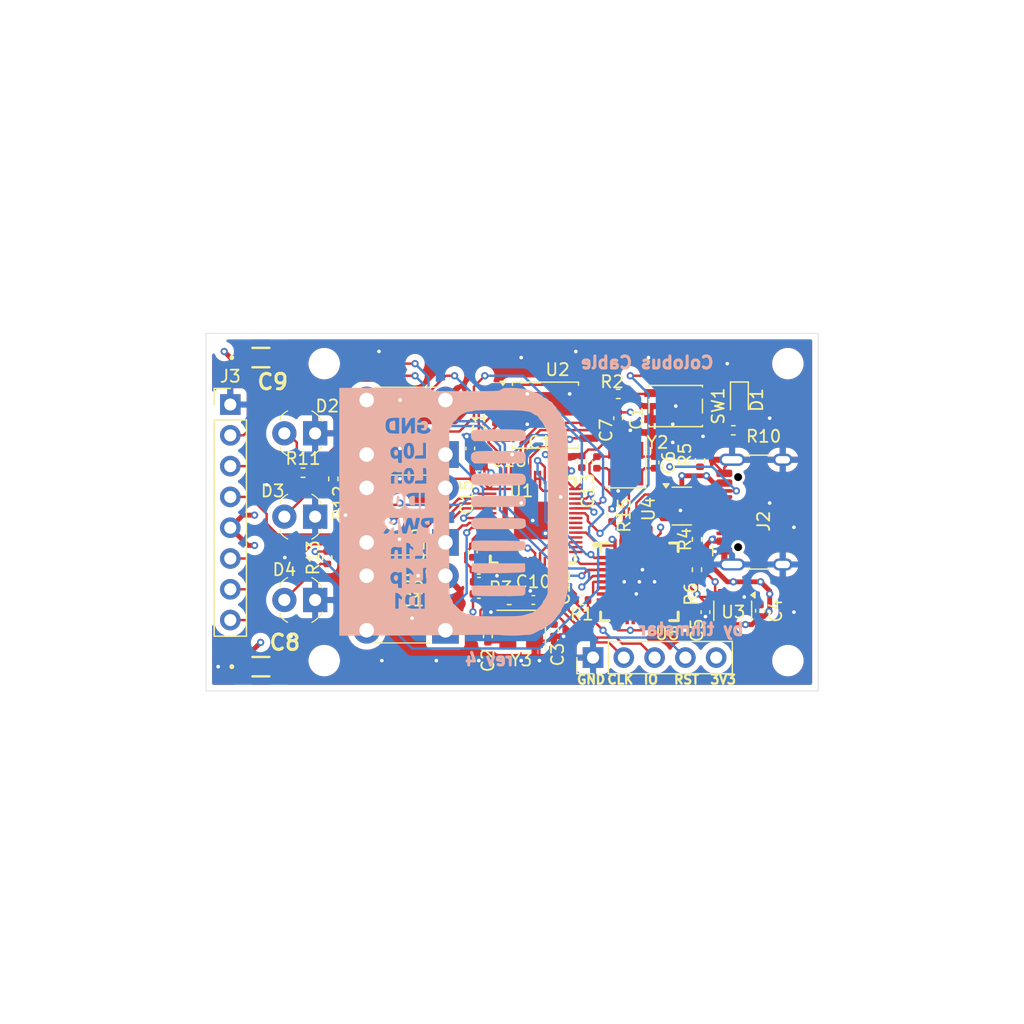
<source format=kicad_pcb>
(kicad_pcb (version 20240108) (generator "pcbnew") (generator_version "8.0")
  (layers (0 "F.Cu" signal) (1 "In1.Cu" signal) (2 "In2.Cu" signal) (31 "B.Cu" signal) (34 "B.Paste" user) (35 "F.Paste" user) (36 "B.SilkS" user "B.Silkscreen") (37 "F.SilkS" user "F.Silkscreen") (38 "B.Mask" user) (39 "F.Mask" user) (44 "Edge.Cuts" user))
  (net 0 "")
  (net 1 "GND")
  (net 2 "BTN1")
  (net 3 "BTN2")
  (net 4 "BTN3")
  (net 5 "+3V3")
  (net 6 "Net-(U1-XIN)")
  (net 7 "Net-(C3-Pad2)")
  (net 8 "5V")
  (net 9 "Net-(U6-XTALOUT)")
  (net 10 "Net-(U6-XTALIN{slash}CLKIN)")
  (net 11 "Net-(D1-A)")
  (net 12 "Net-(D2-A)")
  (net 13 "Net-(D3-A)")
  (net 14 "Net-(D4-A)")
  (net 15 "~{RESET}")
  (net 16 "SWDCLK")
  (net 17 "SWDIO")
  (net 18 "Net-(J2-CC2)")
  (net 19 "Net-(J2-CC1)")
  (net 21 "USB_DN")
  (net 22 "USB_DP")
  (net 24 "L0p")
  (net 25 "L1p")
  (net 26 "L1n")
  (net 27 "L0n")
  (net 28 "ID0")
  (net 29 "ID1")
  (net 30 "Net-(U1-QSPI_SS)")
  (net 31 "Net-(R2-Pad1)")
  (net 32 "Net-(U1-XOUT)")
  (net 33 "D_P")
  (net 34 "D_N")
  (net 35 "LED1")
  (net 36 "LED2")
  (net 37 "LED3")
  (net 38 "LED4")
  (net 39 "Net-(U6-RESET_N)")
  (net 40 "Net-(U6-RBIAS)")
  (net 43 "+1V1")
  (net 51 "PICO_D_N")
  (net 57 "PICO_D_P")
  (net 58 "Net-(U1-QSPI_SD3)")
  (net 63 "Net-(U1-QSPI_SD2)")
  (net 66 "Net-(U1-QSPI_SCLK)")
  (net 67 "Net-(U1-QSPI_SD0)")
  (net 68 "Net-(U1-QSPI_SD1)")
  (footprint "Capacitor_SMD:C_0402_1005Metric" (layer "F.Cu") (at 141.2 123 -90)
    (property "Reference" "C5")
    (property "Value" "0.1uF")
  )
  (footprint "Resistor_SMD:R_0402_1005Metric" (layer "F.Cu") (at 140.5 119.5 90)
    (property "Reference" "R6")
    (property "Value" "1k")
  )
  (footprint "Capacitor_SMD:C_0402_1005Metric" (layer "F.Cu") (at 123.25 125 -90)
    (property "Reference" "C2")
    (property "Value" "15pF")
  )
  (footprint "Capacitor_SMD:C_0402_1005Metric" (layer "F.Cu") (at 129.5 110.2)
    (property "Reference" "C12")
    (property "Value" "1u")
  )
  (footprint "MountingHole:MountingHole_2.1mm" (layer "F.Cu") (at 109.75 102.5 90)
    (property "Reference" "H1" (hide yes))
    (property "Value" "MountingHole" (hide yes))
  )
  (footprint "digikey-footprints:LED_3mm_Radial" (layer "F.Cu") (at 106.46 108.25 180)
    (property "Reference" "D2")
    (property "Value" "LED2")
  )
  (footprint "Resistor_SMD:R_0402_1005Metric" (layer "F.Cu") (at 110 118.51 90)
    (property "Reference" "R13")
    (property "Value" "470")
  )
  (footprint "Capacitor_SMD:C_0402_1005Metric" (layer "F.Cu") (at 134 107 -90)
    (property "Reference" "C1")
    (property "Value" "0.1uF")
  )
  (footprint "easyeda2kicad:LQFN-56_L7.0-W7.0-P0.4-EP" (layer "F.Cu") (at 126.95 115.44)
    (property "Reference" "U1")
    (property "Value" "RP2040")
  )
  (footprint "digikey-footprints:Switch_Tactile_THT_6x6mm" (layer "F.Cu") (at 119.75 124.5 180)
    (property "Reference" "Button3" (hide yes))
    (property "Value" "PTH_12x12mm_h8.0mm")
  )
  (footprint "digikey-footprints:LED_3mm_Radial" (layer "F.Cu") (at 106.46 122 180)
    (property "Reference" "D4")
    (property "Value" "LED4")
  )
  (footprint "GRM31CD80J107MEA8L:GRM31x" (layer "F.Cu") (at 104.525 127.5)
    (property "Reference" "C8")
    (property "Value" "100uF" (hide yes))
  )
  (footprint "Capacitor_SMD:C_0402_1005Metric" (layer "F.Cu") (at 122.48 111 180)
    (property "Reference" "C16")
    (property "Value" "100n")
  )
  (footprint "Package_SO:SOIC-8_5.23x5.23mm_P1.27mm" (layer "F.Cu") (at 128 106.75)
    (property "Reference" "U2")
    (property "Value" "W25Q128JVS" (hide yes))
  )
  (footprint "GRM31CD80J107MEA8L:GRM31x" (layer "F.Cu") (at 104.525 102)
    (property "Reference" "C9")
    (property "Value" "100uF" (hide yes))
  )
  (footprint "Resistor_SMD:R_0402_1005Metric" (layer "F.Cu") (at 140.75 110.5 -90)
    (property "Reference" "R5")
    (property "Value" "5.1k")
  )
  (footprint "Button_Switch_SMD:SW_SPST_PTS810" (layer "F.Cu") (at 138.75 106 180)
    (property "Reference" "SW1")
    (property "Value" "BOOTSEL")
  )
  (footprint "Resistor_SMD:R_0402_1005Metric" (layer "F.Cu") (at 125.01 122)
    (property "Reference" "R3")
    (property "Value" "1k")
  )
  (footprint "Resistor_SMD:R_0402_1005Metric" (layer "F.Cu") (at 140.5 117 90)
    (property "Reference" "R4")
    (property "Value" "5.1k")
  )
  (footprint "Capacitor_SMD:C_0402_1005Metric" (layer "F.Cu") (at 127 122 180)
    (property "Reference" "C10")
    (property "Value" "100n")
  )
  (footprint "Resistor_SMD:R_0402_1005Metric" (layer "F.Cu") (at 108 111.5)
    (property "Reference" "R11")
    (property "Value" "470")
  )
  (footprint "Capacitor_SMD:C_0402_1005Metric" (layer "F.Cu") (at 145.7 122.8875 90)
    (property "Reference" "C4")
    (property "Value" "0.1uF")
  )
  (footprint "Capacitor_SMD:C_0402_1005Metric" (layer "F.Cu") (at 122.5 112 180)
    (property "Reference" "C15")
    (property "Value" "100n")
  )
  (footprint "Capacitor_SMD:C_0402_1005Metric" (layer "F.Cu") (at 128.7 122.5 -90)
    (property "Reference" "C11")
    (property "Value" "100n")
  )
  (footprint "Connector_PinHeader_2.54mm:PinHeader_1x08_P2.54mm_Vertical" (layer "F.Cu") (at 102 105.875)
    (property "Reference" "J3")
    (property "Value" "Lightning" (hide yes))
  )
  (footprint "MountingHole:MountingHole_2.1mm" (layer "F.Cu") (at 148 102.5)
    (property "Reference" "H3" (hide yes))
    (property "Value" "MountingHole" (hide yes))
  )
  (footprint "Capacitor_SMD:C_0402_1005Metric" (layer "F.Cu") (at 128.7 124.5 90)
    (property "Reference" "C3")
    (property "Value" "15pF")
  )
  (footprint "digikey-footprints:Switch_Tactile_THT_6x6mm" (layer "F.Cu") (at 119.75 117.25 180)
    (property "Reference" "Button2" (hide yes))
    (property "Value" "PTH_12x12mm_h8.0mm")
  )
  (footprint "Resistor_SMD:R_0402_1005Metric" (layer "F.Cu") (at 131 122 180)
    (property "Reference" "R1")
    (property "Value" "1k")
  )
  (footprint "Capacitor_SMD:C_0402_1005Metric" (layer "F.Cu") (at 136.995 110.65 -90)
    (property "Reference" "C6")
    (property "Value" "15pF")
  )
  (footprint "MountingHole:MountingHole_2.1mm" (layer "F.Cu") (at 148 127)
    (property "Reference" "H4" (hide yes))
    (property "Value" "MountingHole" (hide yes))
  )
  (footprint "Package_TO_SOT_SMD:SOT-23-6" (layer "F.Cu") (at 139.25 114.25)
    (property "Reference" "U4")
    (property "Value" "USBLC6-2SC6" (hide yes))
  )
  (footprint "LED_SMD:LED_0603_1608Metric" (layer "F.Cu") (at 144 105.5 -90)
    (property "Reference" "D1")
    (property "Value" "LED1")
  )
  (footprint "digikey-footprints:Switch_Tactile_THT_6x6mm" (layer "F.Cu") (at 119.75 110 180)
    (property "Reference" "Button1" (hide yes))
    (property "Value" "PTH_12x12mm_h8.0mm")
  )
  (footprint "Capacitor_SMD:C_0402_1005Metric" (layer "F.Cu") (at 121.8 109.5 90)
    (property "Reference" "C17")
    (property "Value" "100n")
  )
  (footprint "Resistor_SMD:R_0402_1005Metric" (layer "F.Cu") (at 134 105 180)
    (property "Reference" "R2")
    (property "Value" "1k")
  )
  (footprint "Resistor_SMD:R_0402_1005Metric" (layer "F.Cu") (at 110.5 112.01 90)
    (property "Reference" "R12")
    (property "Value" "470")
  )
  (footprint "Capacitor_SMD:C_0402_1005Metric" (layer "F.Cu") (at 122.5 119.5)
    (property "Reference" "C18")
    (property "Value" "100n")
  )
  (footprint "Crystal:Crystal_SMD_Abracon_ABM8G-4Pin_3.2x2.5mm" (layer "F.Cu") (at 134.62 110.75 90)
    (property "Reference" "Y2")
    (property "Value" "ABM8G-24.000MHZ-18-D2Y-T" (hide yes))
  )
  (footprint "easyeda2kicad:UQFN-36_L6.0-W6.0-P0.50-BL-EP3.7" (layer "F.Cu") (at 135.75 120.48 -90)
    (property "Reference" "U6")
    (property "Value" "USB2512B/M2")
  )
  (footprint "Connector_PinHeader_2.54mm:PinHeader_1x05_P2.54mm_Vertical" (layer "F.Cu") (at 131.925 126.75 90)
    (property "Reference" "J1" (hide yes))
    (property "Value" "SWD")
  )
  (footprint "Crystal:Crystal_SMD_Abracon_ABM8G-4Pin_3.2x2.5mm" (layer "F.Cu") (at 126 124.5 180)
    (property "Reference" "Y3")
    (property "Value" "ABM8-272-T3")
  )
  (footprint "Capacitor_SMD:C_0402_1005Metric" (layer "F.Cu") (at 131 110.6 90)
    (property "Reference" "C13")
    (property "Value" "1u")
  )
  (footprint "Capacitor_SMD:C_0402_1005Metric" (layer "F.Cu") (at 132.245 110.65 90)
    (property "Reference" "C7")
    (property "Value" "15pF")
  )
  (footprint "Connector_USB:USB_C_Receptacle_HCTL_HC-TYPE-C-16P-01A" (layer "F.Cu") (at 146.5 114.75 90)
    (property "Reference" "J2")
    (property "Value" "USB_C_Receptacle_USB2.0_16P" (hide yes))
  )
  (footprint "Resistor_SMD:R_0402_1005Metric" (layer "F.Cu") (at 143.5 108 180)
    (property "Reference" "R10")
    (property "Value" "470")
  )
  (footprint "MountingHole:MountingHole_2.1mm" (layer "F.Cu") (at 109.75 127)
    (property "Reference" "H2" (hide yes))
    (property "Value" "MountingHole" (hide yes))
  )
  (footprint "Capacitor_SMD:C_0402_1005Metric" (layer "F.Cu") (at 122.52 120.5)
    (property "Reference" "C20")
    (property "Value" "100n")
  )
  (footprint "Capacitor_SMD:C_0402_1005Metric" (layer "F.Cu") (at 122.5 121.5)
    (property "Reference" "C14")
    (property "Value" "100n")
  )
  (footprint "Capacitor_SMD:C_0402_1005Metric" (layer "F.Cu") (at 122 118 -90)
    (property "Reference" "C19")
    (property "Value" "100n")
  )
  (footprint "Resistor_SMD:R_0402_1005Metric" (layer "F.Cu") (at 133.5 115 90)
    (property "Reference" "R15")
    (property "Value" "12k")
  )
  (footprint "Package_TO_SOT_SMD:SOT-23-3" (layer "F.Cu") (at 143.45 122.8875 -90)
    (property "Reference" "U3")
    (property "Value" "XC6206PxxxMR" (hide yes))
  )
  (footprint "digikey-footprints:LED_3mm_Radial" (layer "F.Cu") (at 106.46 115.125 180)
    (property "Reference" "D3")
    (property "Value" "LED3")
  )
  (footprint "LOGO" (layer "B.Cu") (at 121 115 180)
    (property "Reference" "G***" (hide yes))
    (property "Value" "LOGO" (hide yes))
  )
  (gr_line (start 150.5 129.5) (end 150.5 100) (stroke (width 0.05)) (layer "Edge.Cuts"))
  (gr_line (start 100 100) (end 100 129.5) (stroke (width 0.05)) (layer "Edge.Cuts"))
  (gr_line (start 100 129.5) (end 150.5 129.5) (stroke (width 0.05)) (layer "Edge.Cuts"))
  (gr_line (start 150.5 100) (end 100 100) (stroke (width 0.05)) (layer "Edge.Cuts"))
  (gr_text "Colobus Cable" (at 142 103 0) (layer "B.SilkS") (effects (font (size 1 1) (thickness 0.25) (bold yes)) (justify left bottom mirror)))
  (gr_text "by tihmstar" (at 144.5 125 0) (layer "B.SilkS") (effects (font (size 1 1) (thickness 0.25) (bold yes)) (justify left bottom mirror)))
  (gr_text "rev 4" (at 125.5 127.5 0) (layer "B.SilkS") (effects (font (size 1 1) (thickness 0.25) (bold yes)) (justify left bottom mirror)))
  (gr_text "CLK" (at 133 129 0) (layer "F.SilkS") (effects (font (size 0.75 0.75) (thickness 0.1875) (bold yes)) (justify left bottom)))
  (gr_text "3V3" (at 141.5 129 0) (layer "F.SilkS") (effects (font (size 0.75 0.75) (thickness 0.1875) (bold yes)) (justify left bottom)))
  (gr_text "RST" (at 138.5 129 0) (layer "F.SilkS") (effects (font (size 0.75 0.75) (thickness 0.1875) (bold yes)) (justify left bottom)))
  (gr_text "GND" (at 130.5 129 0) (layer "F.SilkS") (effects (font (size 0.75 0.75) (thickness 0.1875) (bold yes)) (justify left bottom)))
  (gr_text "IO" (at 136 129 0) (layer "F.SilkS") (effects (font (size 0.75 0.75) (thickness 0.1875) (bold yes)) (justify left bottom)))
  (segment (start 124.51 124.04) (end 124.9 123.65) (width 0.2) (layer "F.Cu") (net 1))
  (segment (start 132.245 111.13) (end 133.05 111.13) (width 0.2) (layer "F.Cu") (net 1))
  (segment (start 139.137499 114.6125) (end 139.137499 114.612501) (width 0.2) (layer "F.Cu") (net 1))
  (segment (start 122 111) (end 122 111.98) (width 0.2) (layer "F.Cu") (net 1))
  (segment (start 127.5 125.75) (end 127.1 125.35) (width 0.2) (layer "F.Cu") (net 1))
  (segment (start 122.98 119.5) (end 122.98 121.5) (width 0.2) (layer "F.Cu") (net 1))
  (segment (start 142.05 117.95) (end 142 118) (width 0.2) (layer "F.Cu") (net 1))
  (segment (start 126.52 121.48) (end 126.75 121.25) (width 0.2) (layer "F.Cu") (net 1))
  (segment (start 120.5 112) (end 119.75 112.75) (width 0.2) (layer "F.Cu") (net 1))
  (segment (start 132.87 109) (end 132.87 108.61) (width 0.2) (layer "F.Cu") (net 1))
  (segment (start 144.4 121.75) (end 145.0425 121.75) (width 0.2) (layer "F.Cu") (net 1))
  (segment (start 129.96 110.2) (end 130.92 110.2) (width 0.2) (layer "F.Cu") (net 1))
  (segment (start 139.1375 114.612501) (end 139.25 114.725001) (width 0.2) (layer "F.Cu") (net 1))
  (segment (start 136.26 119.99) (end 135.75 120.5) (width 0.2) (layer "F.Cu") (net 1))
  (segment (start 122 118.48) (end 122 118.52) (width 0.2) (layer "F.Cu") (net 1))
  (segment (start 123.2 124.52) (end 123.2 123.3) (width 0.2) (layer "F.Cu") (net 1))
  (segment (start 142.755 117.95) (end 142.05 117.95) (width 0.2) (layer "F.Cu") (net 1))
  (segment (start 123.5 119.5) (end 124 120) (width 0.2) (layer "F.Cu") (net 1))
  (segment (start 124.07 123.65) (end 124.9 123.65) (width 0.2) (layer "F.Cu") (net 1))
  (segment (start 128.33 125.35) (end 128.7 124.98) (width 0.2) (layer "F.Cu") (net 1))
  (segment (start 126.95 115.4375) (end 125.8125 115.4375) (width 0.2) (layer "F.Cu") (net 1))
  (segment (start 124.25 123) (end 124.9 123.65) (width 0.2) (layer "F.Cu") (net 1))
  (segment (start 123.2 123.3) (end 123.5 123) (width 0.2) (layer "F.Cu") (net 1))
  (segment (start 124.9 123.65) (end 125.15 123.65) (width 0.2) (layer "F.Cu") (net 1))
  (segment (start 134 107.48) (end 134 107.5) (width 0.2) (layer "F.Cu") (net 1))
  (segment (start 123.2 124.52) (end 124.07 123.65) (width 0.2) (layer "F.Cu") (net 1))
  (segment (start 138.72 120.99) (end 136.24 120.99) (width 0.2) (layer "F.Cu") (net 1))
  (segment (start 142.755 111.55) (end 142.755 111.07) (width 0.2) (layer "F.Cu") (net 1))
  (segment (start 131.925 126.75) (end 131.5 126.75) (width 0.2) (layer "F.Cu") (net 1))
  (segment (start 122 111.98) (end 122.02 112) (width 0.2) (layer "F.Cu") (net 1))
  (segment (start 122.98 121.5) (end 122.98 121.02) (width 0.2) (layer "F.Cu") (net 1))
  (segment (start 134.24 122.01) (end 135.75 120.5) (width 0.2) (layer "F.Cu") (net 1))
  (segment (start 127.5 127) (end 127.5 125.75) (width 0.2) (layer "F.Cu") (net 1))
  (segment (start 130.92 110.2) (end 131 110.12) (width 0.2) (layer "F.Cu") (net 1))
  (segment (start 138.72 119.99) (end 136.26 119.99) (width 0.2) (layer "F.Cu") (net 1))
  (segment (start 133.05 111.13) (end 133.77 111.85) (width 0.2) (layer "F.Cu") (net 1))
  (segment (start 138.1125 114.25) (end 138.774999 114.25) (width 0.2) (layer "F.Cu") (net 1))
  (segment (start 142.755 117.95) (end 142.755 118.43) (width 0.2) (layer "F.Cu") (net 1))
  (segment (start 125.79 120) (end 124 120) (width 0.2) (layer "F.Cu") (net 1))
  (segment (start 140.75 109.99) (end 141.195 109.99) (width 0.2) (layer "F.Cu") (net 1))
  (segment (start 126.52 122) (end 126.52 121.48) (width 0.2) (layer "F.Cu") (net 1))
  (segment (start 128.7 122.98) (end 129.5 123.78) (width 0.2) (layer "F.Cu") (net 1))
  (segment (start 121.8 108.8) (end 121.5 108.5) (width 0.2) (layer "F.Cu") (net 1))
  (segment (start 132.87 108.61) (end 134 107.48) (width 0.2) (layer "F.Cu") (net 1))
  (segment (start 131.53 109.59) (end 132.28 109.59) (width 0.2) (layer "F.Cu") (net 1))
  (segment (start 139.137499 114.612501) (end 139.1375 114.612501) (width 0.2) (layer "F.Cu") (net 1))
  (segment (start 135.47 110.03) (end 135.47 109.65) (width 0.2) (layer "F.Cu") (net 1))
  (segment (start 129.5 125) (end 128.72 125) (width 0.2) (layer "F.Cu") (net 1))
  (segment (start 138.774999 114.25) (end 139.137499 114.6125) (width 0.2) (layer "F.Cu") (net 1))
  (segment (start 136.25 121) (end 135.75 120.5) (width 0.2) (layer "F.Cu") (net 1))
  (segment (start 133.77 112.77) (end 134 113) (width 0.2) (layer "F.Cu") (net 1))
  (segment (start 135.47 108.97) (end 135.47 109.65) (width 0.2) (layer "F.Cu") (net 1))
  (segment (start 142.755 111.07) (end 143.395 110.43) (width 0.2) (layer "F.Cu") (net 1))
  (segment (start 133.77 111.85) (end 133.77 112.77) (width 0.2) (layer "F.Cu") (net 1))
  (segment (start 124 120) (end 123.5 120) (width 0.2) (layer "F.Cu") (net 1))
  (segment (start 122.98 121.02) (end 124 120) (width 0.2) (layer "F.Cu") (net 1))
  (segment (start 134.24 123.45) (end 134.24 122.01) (width 0.2) (layer "F.Cu") (net 1))
  (segment (start 129.5 123.78) (end 129.5 125) (width 0.2) (layer "F.Cu") (net 1))
  (segment (start 139.137499 116.147499) (end 139.137499 114.612501) (width 0.2) (layer "F.Cu") (net 1))
  (segment (start 124.4 108.655) (end 125.345 108.655) (width 0.2) (layer "F.Cu") (net 1))
  (segment (start 131 110.12) (end 131.53 109.59) (width 0.2) (layer "F.Cu") (net 1))
  (segment (start 125.15 123.65) (end 126.85 125.35) (width 0.2) (layer "F.Cu") (net 1))
  (segment (start 141.195 109.99) (end 142.755 111.55) (width 0.2) (layer "F.Cu") (net 1))
  (segment (start 133.77 111.73) (end 135.47 110.03) (width 0.2) (layer "F.Cu") (net 1))
  (segment (start 128.72 125) (end 128.7 124.98) (width 0.2) (layer "F.Cu") (net 1))
  (segment (start 140.5 117.51) (end 139.137499 116.147499) (width 0.2) (layer "F.Cu") (net 1))
  (segment (start 145.0425 121.75) (end 145.7 122.4075) (width 0.2) (layer "F.Cu") (net 1))
  (segment (start 136.24 120.99) (end 135.75 120.5) (width 0.2) (layer "F.Cu") (net 1))
  (segment (start 136.995 110.17) (end 135.99 110.17) (width 0.2) (layer "F.Cu") (net 1))
  (segment (start 125.95 118.99) (end 125.95 119.84) (width 0.2) (layer "F.Cu") (net 1))
  (segment (start 122.98 119.5) (end 123.5 119.5) (width 0.2) (layer "F.Cu") (net 1))
  (segment (start 125.95 119.84) (end 125.79 120) (width 0.2) (layer "F.Cu") (net 1))
  (segment (start 127.1 125.35) (end 128.33 125.35) (width 0.2) (layer "F.Cu") (net 1))
  (segment (start 123.5 123) (end 124.25 123) (width 0.2) (layer "F.Cu") (net 1))
  (segment (start 122 118.52) (end 122.98 119.5) (width 0.2) (layer "F.Cu") (net 1))
  (segment (start 123.5 120) (end 123 120.5) (width 0.2) (layer "F.Cu") (net 1))
  (segment (start 122.02 112) (end 120.5 112) (width 0.2) (layer "F.Cu") (net 1))
  (segment (start 125.345 108.655) (end 126.5 107.5) (width 0.2) (layer "F.Cu") (net 1))
  (segment (start 142.755 118.43) (end 143.395 119.07) (width 0.2) (layer "F.Cu") (net 1))
  (segment (start 133.77 111.85) (end 133.77 111.73) (width 0.2) (layer "F.Cu") (net 1))
  (segment (start 126.85 125.35) (end 127.1 125.35) (width 0.2) (layer "F.Cu") (net 1))
  (segment (start 132.28 109.59) (end 132.87 109) (width 0.2) (layer "F.Cu") (net 1))
  (segment (start 121.8 109.02) (end 121.8 108.8) (width 0.2) (layer "F.Cu") (net 1))
  (via (at 146.5 107) (size 0.6) (drill 0.3) (layers "F.Cu" "B.Cu") (net 1))
  (via (at 138.75 106) (size 0.6) (drill 0.3) (layers "F.Cu" "B.Cu") (net 1))
  (via (at 101 127.5) (size 0.6) (drill 0.3) (layers "F.Cu" "B.Cu") (net 1))
  (via (at 144.4 121.75) (size 0.6) (drill 0.3) (layers "F.Cu" "B.Cu") (net 1))
  (via (at 126.5 105) (size 0.6) (drill 0.3) (layers "F.Cu" "B.Cu") (net 1))
  (via (at 121.5 108.5) (size 0.6) (drill 0.3) (layers "F.Cu" "B.Cu") (net 1))
  (via (at 116 105.5) (size 0.6) (drill 0.3) (layers "F.Cu" "B.Cu") (net 1))
  (via (at 142 118) (size 0.6) (drill 0.3) (layers "F.Cu" "B.Cu") (net 1))
  (via (at 106.5 118.5) (size 0.6) (drill 0.3) (layers "F.Cu" "B.Cu") (net 1))
  (via (at 135 108) (size 0.6) (drill 0.3) (layers "F.Cu" "B.Cu") (net 1))
  (via (at 114.5 127) (size 0.6) (drill 0.3) (layers "F.Cu" "B.Cu") (net 1))
  (via (at 136 119.5) (size 0.6) (drill 0.3) (layers "F.Cu" "B.Cu") (net 1))
  (via (at 126 102) (size 0.6) (drill 0.3) (layers "F.Cu" "B.Cu") (net 1))
  (via (at 122.5 127) (size 0.6) (drill 0.3) (layers "F.Cu" "B.Cu") (net 1))
  (via (at 116 112) (size 0.6) (drill 0.3) (layers "F.Cu" "B.Cu") (net 1))
  (via (at 139.5 124.5) (size 0.6) (drill 0.3) (layers "F.Cu" "B.Cu") (net 1))
  (via (at 134.5 120.5) (size 0.6) (drill 0.3) (layers "F.Cu" "B.Cu") (net 1))
  (via (at 136.5 102) (size 0.6) (drill 0.3) (layers "F.Cu" "B.Cu") (net 1))
  (via (at 124 120) (size 0.6) (drill 0.3) (layers "F.Cu" "B.Cu") (net 1))
  (via (at 115.95972 116.986234) (size 0.6) (drill 0.3) (layers "F.Cu" "B.Cu") (net 1))
  (via (at 117.5 120) (size 0.6) (drill 0.3) (layers "F.Cu" "B.Cu") (net 1))
  (via (at 126.5 107.5) (size 0.6) (drill 0.3) (layers "F.Cu" "B.Cu") (net 1))
  (via (at 105 112.5) (size 0.6) (drill 0.3) (layers "F.Cu" "B.Cu") (net 1))
  (via (at 148.5 123) (size 0.6) (drill 0.3) (layers "F.Cu" "B.Cu") (net 1))
  (via (at 130 105) (size 0.6) (drill 0.3) (layers "F.Cu" "B.Cu") (net 1))
  (via (at 119 127) (size 0.6) (drill 0.3) (layers "F.Cu" "B.Cu") (net 1))
  (via (at 146.5 114) (size 0.6) (drill 0.3) (layers "F.Cu" "B.Cu") (net 1))
  (via (at 138.5 107.5) (size 0.6) (drill 0.3) (layers "F.Cu" "B.Cu") (net 1))
  (via (at 117 123.5) (size 0.6) (drill 0.3) (layers "F.Cu" "B.Cu") (net 1))
  (via (at 129.5 125) (size 0.6) (drill 0.3) (layers "F.Cu" "B.Cu") (net 1))
  (via (at 130.5 101.5) (size 0.6) (drill 0.3) (layers "F.Cu" "B.Cu") (net 1))
  (via (at 126 127) (size 0.6) (drill 0.3) (layers "F.Cu" "B.Cu") (net 1))
  (via (at 137 120.5) (size 0.6) (drill 0.3) (layers "F.Cu" "B.Cu") (net 1))
  (via (at 126.75 121.25) (size 0.6) (drill 0.3) (layers "F.Cu" "B.Cu") (net 1))
  (via (at 128 116.5) (size 0.6) (drill 0.3) (layers "F.Cu" "B.Cu") (net 1))
  (via (at 107 125) (size 0.6) (drill 0.3) (layers "F.Cu" "B.Cu") (net 1))
  (via (at 148.5 116) (size 0.6) (drill 0.3) (layers "F.Cu" "B.Cu") (net 1))
  (via (at 135.5 121.5) (size 0.6) (drill 0.3) (layers "F.Cu" "B.Cu") (net 1))
  (via (at 114.265479 101.493762) (size 0.6) (drill 0.3) (layers "F.Cu" "B.Cu") (net 1))
  (via (at 127.5 127) (size 0.6) (drill 0.3) (layers "F.Cu" "B.Cu") (net 1))
  (via (at 116 109.5) (size 0.6) (drill 0.3) (layers "F.Cu" "B.Cu") (net 1))
  (via (at 139.137499 114.612501) (size 0.6) (drill 0.3) (layers "F.Cu" "B.Cu") (net 1))
  (via (at 134 113) (size 0.6) (drill 0.3) (layers "F.Cu" "B.Cu") (net 1))
  (via (at 123.5 123) (size 0.6) (drill 0.3) (layers "F.Cu" "B.Cu") (net 1))
  (via (at 133.5 114.49) (size 0.6) (drill 0.3) (layers "F.Cu" "B.Cu") (net 1))
  (via (at 141.2 123.3675) (size 0.6) (drill 0.3) (layers "F.Cu" "B.Cu") (net 1))
  (via (at 126.95 115.4375) (size 0.6) (drill 0.3) (layers "F.Cu" "B.Cu") (net 1))
  (via (at 141 108.5) (size 0.6) (drill 0.3) (layers "F.Cu" "B.Cu") (net 1))
  (via (at 138.5 109) (size 0.6) (drill 0.3) (layers "F.Cu" "B.Cu") (net 1))
  (via (at 135.75 120.5) (size 0.6) (drill 0.3) (layers "F.Cu" "B.Cu") (net 1))
  (via (at 143 102.5) (size 0.6) (drill 0.3) (layers "F.Cu" "B.Cu") (net 1))
  (via (at 126 114) (size 0.6) (drill 0.3) (layers "F.Cu" "B.Cu") (net 1))
  (segment (start 120.25 110.5) (end 119.75 110) (width 0.2) (layer "F.Cu") (net 2))
  (segment (start 123.4 115.24) (end 121.26 115.24) (width 0.2) (layer "F.Cu") (net 2))
  (segment (start 121.26 115.24) (end 121.25 115.25) (width 0.2) (layer "F.Cu") (net 2))
  (segment (start 121.2625 115.2375) (end 121.25 115.25) (width 0.2) (layer "F.Cu") (net 2))
  (via (at 121.25 115.25) (size 0.6) (drill 0.3) (layers "F.Cu" "B.Cu") (net 2))
  (segment (start 120.098529 110) (end 119.75 110) (width 0.2) (layer "B.Cu") (net 2))
  (segment (start 122.85 113.65) (end 121.25 115.25) (width 0.2) (layer "B.Cu") (net 2))
  (segment (start 122.85 113.65) (end 122.85 112.751471) (width 0.2) (layer "B.Cu") (net 2))
  (segment (start 122.85 112.751471) (end 120.098529 110) (width 0.2) (layer "B.Cu") (net 2))
  (segment (start 121.498529 115.85) (end 121.15 115.85) (width 0.2) (layer "F.Cu") (net 3))
  (segment (start 121.15 115.85) (end 119.75 117.25) (width 0.2) (layer "F.Cu") (net 3))
  (segment (start 123.4 115.64) (end 121.708529 115.64) (width 0.2) (layer "F.Cu") (net 3))
  (segment (start 121.708529 115.64) (end 121.498529 115.85) (width 0.2) (layer "F.Cu") (net 3))
  (segment (start 121.910161 116.04) (end 121.500163 116.449998) (width 0.2) (layer "F.Cu") (net 4))
  (segment (start 123.4 116.04) (end 121.910161 116.04) (width 0.2) (layer "F.Cu") (net 4))
  (via (at 121.500163 116.449998) (size 0.6) (drill 0.3) (layers "F.Cu" "B.Cu") (net 4))
  (segment (start 121.500163 121.449837) (end 119.75 123.2) (width 0.2) (layer "B.Cu") (net 4))
  (segment (start 121.500163 116.449998) (end 121.500163 121.449837) (width 0.2) (layer "B.Cu") (net 4))
  (segment (start 119.75 123.2) (end 119.75 124.5) (width 0.2) (layer "B.Cu") (net 4))
  (segment (start 127.55 112.74) (end 127.55 111.89) (width 0.2) (layer "F.Cu") (net 5))
  (segment (start 130.5 116.44) (end 131.35 116.44) (width 0.2) (layer "F.Cu") (net 5))
  (segment (start 124.5 116.79) (end 124.5 117.5) (width 0.2) (layer "F.Cu") (net 5))
  (segment (start 133.74 117.24) (end 133.5 117) (width 0.2) (layer "F.Cu") (net 5))
  (segment (start 124.5 117.5) (end 124.72057 117.72057) (width 0.2) (layer "F.Cu") (net 5))
  (segment (start 134 106.52) (end 134.98 106.52) (width 0.2) (layer "F.Cu") (net 5))
  (segment (start 136.24 124.26) (end 136.24 123.47) (width 0.2) (layer "F.Cu") (net 5))
  (segment (start 131.99 120.5) (end 131.93 120.56) (width 0.2) (layer "F.Cu") (net 5))
  (segment (start 133.99 106.51) (end 134 106.52) (width 0.2) (layer "F.Cu") (net 5))
  (segment (start 122.96 111.98) (end 122.98 112) (width 0.2) (layer "F.Cu") (net 5))
  (segment (start 129.15 112) (end 129.55 112) (width 0.2) (layer "F.Cu") (net 5))
  (segment (start 140.5 120.01) (end 141.51 120.01) (width 0.2) (layer "F.Cu") (net 5))
  (segment (start 127.55 112) (end 127.15 112) (width 0.2) (layer "F.Cu") (net 5))
  (segment (start 122 117.52) (end 121.39 118.13) (width 0.2) (layer "F.Cu") (net 5))
  (segment (start 121.8 109.98) (end 121.94 109.98) (width 0.2) (layer "F.Cu") (net 5))
  (segment (start 123.4 116.44) (end 124.15 116.44) (width 0.2) (layer "F.Cu") (net 5))
  (segment (start 122.02 121.5) (end 122.02 119.5) (width 0.2) (layer "F.Cu") (net 5))
  (segment (start 127.15 118.14) (end 126.73057 117.72057) (width 0.2) (layer "F.Cu") (net 5))
  (segment (start 128.89 113) (end 127.81 113) (width 0.2) (layer "F.Cu") (net 5))
  (segment (start 122.96 111) (end 122.96 111.98) (width 0.2) (layer "F.Cu") (net 5))
  (segment (start 123.4 112.84) (end 127.05 112.84) (width 0.2) (layer "F.Cu") (net 5))
  (segment (start 127.05 112.84) (end 127.15 112.74) (width 0.2) (layer "F.Cu") (net 5))
  (segment (start 134.98 106.52) (end 135 106.5) (width 0.2) (layer "F.Cu") (net 5))
  (segment (start 131 111.08) (end 131 112.34) (width 0.2) (layer "F.Cu") (net 5))
  (segment (start 140.5 121.5) (end 140.75 121.75) (width 0.2) (layer "F.Cu") (net 5))
  (segment (start 131.93 120.56) (end 131.93 121.58) (width 0.2) (layer "F.Cu") (net 5))
  (segment (start 129.55 112) (end 130.3875 112.8375) (width 0.2) (layer "F.Cu") (net 5))
  (segment (start 137.5 116.5) (end 137.5 116) (width 0.2) (layer "F.Cu") (net 5))
  (segment (start 122.02 121.5) (end 122.02 122.98) (width 0.2) (layer "F.Cu") (net 5))
  (segment (start 141.2 122.52) (end 141.2 122.2) (width 0.2) (layer "F.Cu") (net 5))
  (segment (start 123.025 112) (end 123.5125 111.5125) (width 0.2) (layer "F.Cu") (net 5))
  (segment (start 133.75 123.47) (end 133.75 124.27) (width 0.2) (layer "F.Cu") (net 5))
  (segment (start 127.81 113) (end 127.55 112.74) (width 0.2) (layer "F.Cu") (net 5))
  (segment (start 122.01 119.49) (end 122.02 119.5) (width 0.2) (layer "F.Cu") (net 5))
  (segment (start 132.78 120.5) (end 131.99 120.5) (width 0.2) (layer "F.Cu") (net 5))
  (segment (start 133.74 117.51) (end 133.74 117.24) (width 0.2) (layer "F.Cu") (net 5))
  (segment (start 123.4 116.44) (end 122.55 116.44) (width 0.2) (layer "F.Cu") (net 5))
  (segment (start 142.5 121.75) (end 141.97 121.75) (width 0.2) (layer "F.Cu") (net 5))
  (segment (start 141.97 121.75) (end 141.2 122.52) (width 0.2) (layer "F.Cu") (net 5))
  (segment (start 123 111) (end 123.5125 111.5125) (width 0.2) (layer "F.Cu") (net 5))
  (segment (start 131.51 122) (end 131.51 122.52) (width 0.2) (layer "F.Cu") (net 5))
  (segment (start 121.39 118.87) (end 122.01 119.49) (width 0.2) (layer "F.Cu") (net 5))
  (segment (start 122.55 116.44) (end 122 116.99) (width 0.2) (layer "F.Cu") (net 5))
  (segment (start 136 124.5) (end 136.24 124.26) (width 0.2) (layer "F.Cu") (net 5))
  (segment (start 132.44 123.45) (end 133.75 123.45) (width 0.2) (layer "F.Cu") (net 5))
  (segment (start 140.5 120.01) (end 140.5 121.5) (width 0.2) (layer "F.Cu") (net 5))
  (segment (start 137.24 116.76) (end 137.5 116.5) (width 0.2) (layer "F.Cu") (net 5))
  (segment (start 131.51 122.52) (end 132.44 123.45) (width 0.2) (layer "F.Cu") (net 5))
  (segment (start 122.98 112.42) (end 123.4 112.84) (width 0.2) (layer "F.Cu") (net 5))
  (segment (start 131.35 116.44) (end 132.42 117.51) (width 0.2) (layer "F.Cu") (net 5))
  (segment (start 131.6 104.845) (end 132.325 104.845) (width 0.2) (layer "F.Cu") (net 5))
  (segment (start 127.15 112.74) (end 127.15 111.89) (width 0.2) (layer "F.Cu") (net 5))
  (segment (start 132.42 117.51) (end 133.74 117.51) (width 0.2) (layer "F.Cu") (net 5))
  (segment (start 122.96 111) (end 123 111) (width 0.2) (layer "F.Cu") (net 5))
  (segment (start 142 120.5) (end 142 121.25) (width 0.2) (layer "F.Cu") (net 5))
  (segment (start 124.15 116.44) (end 124.5 116.79) (width 0.2) (layer "F.Cu") (net 5))
  (segment (start 132.325 104.845) (end 133.99 106.51) (width 0.2) (layer "F.Cu") (net 5))
  (segment (start 135 124.5) (end 136 124.5) (width 0.2) (layer "F.Cu") (net 5))
  (segment (start 133.98 124.5) (end 135 124.5) (width 0.2) (layer "F.Cu") (net 5))
  (segment (start 122 116.99) (end 122 117.52) (width 0.2) (layer "F.Cu") (net 5))
  (segment (start 122.98 112) (end 122.98 112.42) (width 0.2) (layer "F.Cu") (net 5))
  (segment (start 126.73057 117.72057) (end 126.52943 117.72057) (width 0.2) (layer "F.Cu") (net 5))
  (segment (start 140.5 121.5) (end 139.51 120.51) (width 0.2) (layer "F.Cu") (net 5))
  (segment (start 123.5125 112.8375) (end 123.5125 111.5125) (width 0.2) (layer "F.Cu") (net 5))
  (segment (start 124.72057 117.72057) (end 126.52943 117.72057) (width 0.2) (layer "F.Cu") (net 5))
  (segment (start 131.93 121.58) (end 131.51 122) (width 0.2) (layer "F.Cu") (net 5))
  (segment (start 129.15 112.74) (end 128.89 113) (width 0.2) (layer "F.Cu") (net 5))
  (segment (start 141.2 122.2) (end 140.5 121.5) (width 0.2) (layer "F.Cu") (net 5))
  (segment (start 133.75 124.27) (end 133.98 124.5) (width 0.2) (layer "F.Cu") (net 5))
  (segment (start 141.51 120.01) (end 142 120.5) (width 0.2) (layer "F.Cu") (net 5))
  (segment (start 140.75 121.75) (end 142.5 121.75) (width 0.2) (layer "F.Cu") (net 5))
  (segment (start 133 120.5) (end 132.479901 120.5) (width 0.2) (layer "F.Cu") (net 5))
  (segment (start 136.25 123.94) (end 136.25 123.25) (width 0.2) (layer "F.Cu") (net 5))
  (segment (start 129.15 111.89) (end 129.15 112.74) (width 0.2) (layer "F.Cu") (net 5))
  (segment (start 127.15 118.99) (end 127.15 118.14) (width 0.2) (layer "F.Cu") (net 5))
  (segment (start 121.39 118.13) (end 121.39 118.87) (width 0.2) (layer "F.Cu") (net 5))
  (segment (start 121.94 109.98) (end 122.96 111) (width 0.2) (layer "F.Cu") (net 5))
  (segment (start 131 112.34) (end 130.5 112.84) (width 0.2) (layer "F.Cu") (net 5))
  (segment (start 137.24 117.51) (end 137.24 116.76) (width 0.2) (layer "F.Cu") (net 5))
  (segment (start 139.51 120.51) (end 138.72 120.51) (width 0.2) (layer "F.Cu") (net 5))
  (segment (start 142 121.25) (end 142.5 121.75) (width 0.2) (layer "F.Cu") (net 5))
  (segment (start 122.98 112) (end 123.025 112) (width 0.2) (layer "F.Cu") (net 5))
  (via (at 122.02 122.98) (size 0.6) (drill 0.3) (layers "F.Cu" "B.Cu") (net 5))
  (via (at 142 120.5) (size 0.6) (drill 0.3) (layers "F.Cu" "B.Cu") (net 5))
  (via (at 137.5 116) (size 0.6) (drill 0.3) (layers "F.Cu" "B.Cu") (net 5))
  (via (at 126.52943 117.72057) (size 0.6) (drill 0.3) (layers "F.Cu" "B.Cu") (net 5))
  (via (at 133.5 117) (size 0.6) (drill 0.3) (layers "F.Cu" "B.Cu") (net 5))
  (via (at 135 106.5) (size 0.6) (drill 0.3) (layers "F.Cu" "B.Cu") (net 5))
  (via (at 135 124.5) (size 0.6) (drill 0.3) (layers "F.Cu" "B.Cu") (net 5))
  (via (at 140.5 121.5) (size 0.6) (drill 0.3) (layers "F.Cu" "B.Cu") (net 5))
  (via (at 123.5125 111.5125) (size 0.6) (drill 0.3) (layers "F.Cu" "B.Cu") (net 5))
  (segment (start 125.935686 120.42) (end 126.35 120.005686) (width 0.2) (layer "F.Cu") (net 6))
  (segment (start 124.55 125) (end 124.9 125.35) (width 0.2) (layer "F.Cu") (net 6))
  (segment (start 122.64 122.86) (end 125.08 120.42) (width 0.2) (layer "F.Cu") (net 6))
  (segment (start 122.64 124.87) (end 122.64 122.86) (width 0.2) (layer "F.Cu") (net 6))
  (segment (start 123.25 125.48) (end 122.64 124.87) (width 0.2) (layer "F.Cu") (net 6))
  (segment (start 123.2 125.48) (end 124.77 125.48) (width 0.2) (layer "F.Cu") (net 6))
  (segment (start 124.35 125.35) (end 124.9 125.35) (width 0.2) (layer "F.Cu") (net 6))
  (segment (start 125.08 120.42) (end 125.935686 120.42) (width 0.2) (layer "F.Cu") (net 6))
  (segment (start 124.77 125.48) (end 124.9 125.35) (width 0.2) (layer "F.Cu") (net 6))
  (segment (start 126.35 120.005686) (end 126.35 118.99) (width 0.2) (layer "F.Cu") (net 6))
  (segment (start 125 125.35) (end 124.9 125.35) (width 0.2) (layer "F.Cu") (net 6))
  (segment (start 128.38 123.65) (end 128.75 124.02) (width 0.2) (layer "F.Cu") (net 7))
  (segment (start 127.1 123.65) (end 128.38 123.65) (width 0.2) (layer "F.Cu") (net 7))
  (segment (start 125.51 122) (end 125.51 122.06) (width 0.2) (layer "F.Cu") (net 7))
  (segment (start 125.51 122.06) (end 127.1 123.65) (width 0.2) (layer "F.Cu") (net 7))
  (segment (start 139.25 113.735052) (end 139.25 111.75) (width 0.4) (layer "F.Cu") (net 8))
  (segment (start 141.9 117.15) (end 141.75 117) (width 0.4) (layer "F.Cu") (net 8))
  (segment (start 141.3 118.8) (end 143 120.5) (width 0.4) (layer "F.Cu") (net 8))
  (segment (start 139.764948 114.25) (end 139.25 113.735052) (width 0.4) (layer "F.Cu") (net 8))
  (segment (start 140.3875 114.25) (end 139.764948 114.25) (width 0.4) (layer "F.Cu") (net 8))
  (segment (start 141.3 117.45) (end 141.3 118.8) (width 0.4) (layer "F.Cu") (net 8))
  (segment (start 145.7 123.3675) (end 146.009999 123.3675) (width 0.4) (layer "F.Cu") (net 8))
  (segment (start 103.05 126.95) (end 104.5 125.5) (width 0.4) (layer "F.Cu") (net 8))
  (segment (start 139.25 111.75) (end 141.28117 111.75) (width 0.4) (layer "F.Cu") (net 8))
  (segment (start 141.28117 111.75) (end 141.88117 112.35) (width 0.4) (layer "F.Cu") (net 8))
  (segment (start 144.5 124.025) (end 145.0425 124.025) (width 0.4) (layer "F.Cu") (net 8))
  (segment (start 146.438749 122.93875) (end 146.438749 122.938749) (width 0.4) (layer "F.Cu") (net 8))
  (segment (start 143.5 120.5) (end 145.75 120.5) (width 0.4) (layer "F.Cu") (net 8))
  (segment (start 103.035 115) (end 102 116.035) (width 0.4) (layer "F.Cu") (net 8))
  (segment (start 104 115) (end 103.035 115) (width 0.4) (layer "F.Cu") (net 8))
  (segment (start 146.43875 122.938749) (end 146.5 122.877499) (width 0.4) (layer "F.Cu") (net 8))
  (segment (start 103.05 127.5) (end 103.05 126.95) (width 0.4) (layer "F.Cu") (net 8))
  (segment (start 143.45 124.025) (end 144.5 124.025) (width 0.4) (layer "F.Cu") (net 8))
  (segment (start 146.5 122.877499) (end 146.5 121.5) (width 0.4) (layer "F.Cu") (net 8))
  (segment (start 142.755 117.15) (end 141.9 117.15) (width 0.4) (layer "F.Cu") (net 8))
  (segment (start 146.5 121.25) (end 145.75 120.5) (width 0.4) (layer "F.Cu") (net 8))
  (segment (start 103.05 102) (end 102 102) (width 0.4) (layer "F.Cu") (net 8))
  (segment (start 141.88117 112.35) (end 142.755 112.35) (width 0.4) (layer "F.Cu") (net 8))
  (segment (start 102 102) (end 101.5 101.5) (width 0.4) (layer "F.Cu") (net 8))
  (segment (start 145.0425 124.025) (end 145.7 123.3675) (width 0.4) (layer "F.Cu") (net 8))
  (segment (start 104 117.5) (end 103.465 117.5) (width 0.4) (layer "F.Cu") (net 8))
  (segment (start 141.75 117) (end 141.3 117.45) (width 0.4) (layer "F.Cu") (net 8))
  (segment (start 146.5 121.5) (end 146.5 121.25) (width 0.4) (layer "F.Cu") (net 8))
  (segment (start 103.465 117.5) (end 102 116.035) (width 0.4) (layer "F.Cu") (net 8))
  (segment (start 143 120.5) (end 143.5 120.5) (width 0.4) (layer "F.Cu") (net 8))
  (segment (start 146.009999 123.3675) (end 146.438749 122.93875) (width 0.4) (layer "F.Cu") (net 8))
  (segment (start 146.438749 122.938749) (end 146.43875 122.938749) (width 0.4) (layer "F.Cu") (net 8))
  (via (at 146.438749 122.938749) (size 0.6) (drill 0.3) (layers "F.Cu" "B.Cu") (net 8))
  (via (at 143.5 120.5) (size 0.6) (drill 0.3) (layers "F.Cu" "B.Cu") (net 8))
  (via (at 141.75 117) (size 0.6) (drill 0.3) (layers "F.Cu" "B.Cu") (net 8))
  (via (at 104.5 125.5) (size 0.6) (drill 0.3) (layers "F.Cu" "B.Cu") (net 8))
  (via (at 145.75 120.5) (size 0.6) (drill 0.3) (layers "F.Cu" "B.Cu") (net 8))
  (via (at 101.5 101.5) (size 0.6) (drill 0.3) (layers "F.Cu" "B.Cu") (net 8))
  (via (at 104 117.5) (size 0.6) (drill 0.3) (layers "F.Cu" "B.Cu") (net 8))
  (via (at 144.5 124.025) (size 0.6) (drill 0.3) (layers "F.Cu" "B.Cu") (net 8))
  (via (at 104 115) (size 0.6) (drill 0.3) (layers "F.Cu" "B.Cu") (net 8))
  (via (at 146.5 121.5) (size 0.6) (drill 0.3) (layers "F.Cu" "B.Cu") (net 8))
  (via (at 141.28117 111.75) (size 0.6) (drill 0.3) (layers "F.Cu" "B.Cu") (net 8))
  (via (at 139.25 111.75) (size 0.6) (drill 0.3) (layers "F.Cu" "B.Cu") (net 8))
  (segment (start 141.75 117) (end 141.885 116.865) (width 0.4) (layer "B.Cu") (net 8))
  (segment (start 136.19 111.13) (end 135.47 111.85) (width 0.2) (layer "F.Cu") (net 9))
  (segment (start 134.88 112.44) (end 135.47 111.85) (width 0.2) (layer "F.Cu") (net 9))
  (segment (start 136.995 111.13) (end 136.19 111.13) (width 0.2) (layer "F.Cu") (net 9))
  (segment (start 134.88 115.828924) (end 134.88 112.44) (width 0.2) (layer "F.Cu") (net 9))
  (segment (start 135.73 117.51) (end 135.73 116.678924) (width 0.2) (layer "F.Cu") (net 9))
  (segment (start 135.73 116.678924) (end 134.88 115.828924) (width 0.2) (layer "F.Cu") (net 9))
  (segment (start 131.635 110.78) (end 131.635 111.515) (width 0.2) (layer "F.Cu") (net 10))
  (segment (start 132.245 110.17) (end 131.635 110.78) (width 0.2) (layer "F.Cu") (net 10))
  (segment (start 135.23 117.51) (end 135.23 116.75) (width 0.2) (layer "F.Cu") (net 10))
  (segment (start 134.48 114.36) (end 134.48 116) (width 0.2) (layer "F.Cu") (net 10))
  (segment (start 132.245 110.17) (end 133.25 110.17) (width 0.2) (layer "F.Cu") (net 10))
  (segment (start 135.23 116.75) (end 134.48 116) (width 0.2) (layer "F.Cu") (net 10))
  (segment (start 131.635 111.515) (end 134.48 114.36) (width 0.2) (layer "F.Cu") (net 10))
  (segment (start 144 107.99) (end 144.01 108) (width 0.2) (layer "F.Cu") (net 11))
  (segment (start 144 106.2875) (end 144 107.99) (width 0.2) (layer "F.Cu") (net 11))
  (segment (start 107.49 109.01) (end 106.73 108.25) (width 0.2) (layer "F.Cu") (net 12))
  (segment (start 107.49 111.5) (end 107.49 109.01) (width 0.2) (layer "F.Cu") (net 12))
  (segment (start 109.065 112.52) (end 106.46 115.125) (width 0.2) (layer "F.Cu") (net 13))
  (segment (start 110.5 112.52) (end 109.065 112.52) (width 0.2) (layer "F.Cu") (net 13))
  (segment (start 110 119.02) (end 109.44 119.02) (width 0.2) (layer "F.Cu") (net 14))
  (segment (start 109.44 119.02) (end 106.46 122) (width 0.2) (layer "F.Cu") (net 14))
  (segment (start 128.75 119.75) (end 130.49 121.49) (width 0.2) (layer "F.Cu") (net 15))
  (segment (start 130.49 122) (end 130.49 122.24) (width 0.2) (layer "F.Cu") (net 15))
  (segment (start 130.49 121.49) (end 130.49 122) (width 0.2) (layer "F.Cu") (net 15))
  (segment (start 130.49 122.24) (end 132.75 124.5) (width 0.2) (layer "F.Cu") (net 15))
  (segment (start 128.75 118.99) (end 128.75 119.75) (width 0.2) (layer "F.Cu") (net 15))
  (via (at 132.75 124.5) (size 0.6) (drill 0.3) (layers "F.Cu" "B.Cu") (net 15))
  (segment (start 132.75 124.5) (end 133.35 125.1) (width 0.2) (layer "B.Cu") (net 15))
  (segment (start 133.35 125.1) (end 137.895 125.1) (width 0.2) (layer "B.Cu") (net 15))
  (segment (start 137.895 125.1) (end 138.1475 125.3525) (width 0.2) (layer "B.Cu") (net 15))
  (segment (start 138.1475 125.3525) (end 139.545 126.75) (width 0.2) (layer "B.Cu") (net 15))
  (segment (start 129.52 121.771076) (end 129.52 122) (width 0.2) (layer "F.Cu") (net 16))
  (segment (start 133.215 125.5) (end 134.465 126.75) (width 0.2) (layer "F.Cu") (net 16))
  (segment (start 127.95 118.99) (end 127.95 120.201076) (width 0.2) (layer "F.Cu") (net 16))
  (segment (start 129.52 122) (end 129.52 123.02) (width 0.2) (layer "F.Cu") (net 16))
  (segment (start 129.52 121.915686) (end 129.52 122) (width 0.2) (layer "F.Cu") (net 16))
  (segment (start 129.52 123.02) (end 132 125.5) (width 0.2) (layer "F.Cu") (net 16))
  (segment (start 132 125.5) (end 133.215 125.5) (width 0.2) (layer "F.Cu") (net 16))
  (segment (start 127.95 120.201076) (end 129.52 121.771076) (width 0.2) (layer "F.Cu") (net 16))
  (segment (start 134.344314 125.6) (end 133.844314 125.1) (width 0.2) (layer "F.Cu") (net 17))
  (segment (start 129.92 121.485686) (end 128.35 119.915686) (width 0.2) (layer "F.Cu") (net 17))
  (segment (start 129.92 122.854314) (end 129.92 121.485686) (width 0.2) (layer "F.Cu") (net 17))
  (segment (start 133.844314 125.1) (end 132.165686 125.1) (width 0.2) (layer "F.Cu") (net 17))
  (segment (start 128.35 119.915686) (end 128.35 118.99) (width 0.2) (layer "F.Cu") (net 17))
  (segment (start 135.855 125.6) (end 134.344314 125.6) (width 0.2) (layer "F.Cu") (net 17))
  (segment (start 137.005 126.75) (end 135.855 125.6) (width 0.2) (layer "F.Cu") (net 17))
  (segment (start 132.165686 125.1) (end 129.92 122.854314) (width 0.2) (layer "F.Cu") (net 17))
  (segment (start 140.75 111.01) (end 138.26 111.01) (width 0.2) (layer "F.Cu") (net 18))
  (segment (start 142.755 113) (end 143.75 113) (width 0.2) (layer "F.Cu") (net 18))
  (via (at 138.26 111.01) (size 0.6) (drill 0.3) (layers "F.Cu" "B.Cu") (net 18))
  (via (at 143.75 113) (size 0.6) (drill 0.3) (layers "F.Cu" "B.Cu") (net 18))
  (segment (start 141.76 111.01) (end 143.75 113) (width 0.2) (layer "B.Cu") (net 18))
  (segment (start 138.26 111.01) (end 141.76 111.01) (width 0.2) (layer "B.Cu") (net 18))
  (segment (start 142.755 116) (end 140.99 116) (width 0.2) (layer "F.Cu") (net 19))
  (segment (start 140.99 116) (end 140.5 116.49) (width 0.2) (layer "F.Cu") (net 19))
  (segment (start 141.805 115.23241) (end 142.07259 115.5) (width 0.2) (layer "F.Cu") (net 21))
  (segment (start 142.755 114.5) (end 142.07259 114.5) (width 0.2) (layer "F.Cu") (net 21))
  (segment (start 141.475 114.475) (end 141.754999 114.475) (width 0.2) (layer "F.Cu") (net 21))
  (segment (start 142.07259 114.5) (end 141.805 114.76759) (width 0.2) (layer "F.Cu") (net 21))
  (segment (start 141.779999 114.5) (end 142.755 114.5) (width 0.2) (layer "F.Cu") (net 21))
  (segment (start 141.805 114.76759) (end 141.805 115.23241) (width 0.2) (layer "F.Cu") (net 21))
  (segment (start 140.3875 115.2) (end 140.75 115.2) (width 0.2) (layer "F.Cu") (net 21))
  (segment (start 141.754999 114.475) (end 141.779999 114.5) (width 0.2) (layer "F.Cu") (net 21))
  (segment (start 140.75 115.2) (end 141.475 114.475) (width 0.2) (layer "F.Cu") (net 21))
  (segment (start 142.07259 115.5) (end 142.755 115.5) (width 0.2) (layer "F.Cu") (net 21))
  (segment (start 141.754999 114.025) (end 141.779999 114) (width 0.2) (layer "F.Cu") (net 22))
  (segment (start 141.475 114.025) (end 141.754999 114.025) (width 0.2) (layer "F.Cu") (net 22))
  (segment (start 142.755 115) (end 143.43741 115) (width 0.2) (layer "F.Cu") (net 22))
  (segment (start 140.3875 113.3) (end 140.75 113.3) (width 0.2) (layer "F.Cu") (net 22))
  (segment (start 143.43741 114) (end 142.755 114) (width 0.2) (layer "F.Cu") (net 22))
  (segment (start 140.75 113.3) (end 141.475 114.025) (width 0.2) (layer "F.Cu") (net 22))
  (segment (start 143.705 114.26759) (end 143.43741 114) (width 0.2) (layer "F.Cu") (net 22))
  (segment (start 143.43741 115) (end 143.705 114.73241) (width 0.2) (layer "F.Cu") (net 22))
  (segment (start 141.779999 114) (end 142.755 114) (width 0.2) (layer "F.Cu") (net 22))
  (segment (start 143.705 114.73241) (end 143.705 114.26759) (width 0.2) (layer "F.Cu") (net 22))
  (segment (start 115 102.5) (end 114 103.5) (width 0.2) (layer "F.Cu") (net 24))
  (segment (start 106.4 105.1) (end 103.085 108.415) (width 0.2) (layer "F.Cu") (net 24))
  (segment (start 131.98 120.02) (end 131.904314 120.02) (width 0.2) (layer "F.Cu") (net 24))
  (segment (start 114 103.5) (end 111.934314 103.5) (width 0.2) (layer "F.Cu") (net 24))
  (segment (start 111.934314 103.5) (end 110.334314 105.1) (width 0.2) (layer "F.Cu") (net 24))
  (segment (start 132.78 120.02) (end 131.98 120.02) (width 0.2) (layer "F.Cu") (net 24))
  (segment (start 103.085 108.415) (end 102 108.415) (width 0.2) (layer "F.Cu") (net 24))
  (segment (start 131.904314 120.02) (end 131 120.924314) (width 0.2) (layer "F.Cu") (net 24))
  (segment (start 110.334314 105.1) (end 106.4 105.1) (width 0.2) (layer "F.Cu") (net 24))
  (segment (start 117.24 102.5) (end 115 102.5) (width 0.2) (layer "F.Cu") (net 24))
  (segment (start 133 120) (end 132.414215 120) (width 0.2) (layer "F.Cu") (net 24))
  (via (at 117.24 102.5) (size 0.6) (drill 0.3) (layers "F.Cu" "B.Cu") (net 24))
  (via (at 131 120.924314) (size 0.6) (drill 0.3) (layers "F.Cu" "B.Cu") (net 24))
  (segment (start 129.9 119.4) (end 131.248529 119.4) (width 0.2) (layer "B.Cu") (net 24))
  (segment (start 119.25 107.25) (end 122.75 107.25) (width 0.2) (layer "B.Cu") (net 24))
  (segment (start 118.35 106.35) (end 119.25 107.25) (width 0.2) (layer "B.Cu") (net 24))
  (segment (start 124.65 109.15) (end 124.65 114.15) (width 0.2) (layer "B.Cu") (net 24))
  (segment (start 118.35 103.61) (end 118.35 106.35) (width 0.2) (layer "B.Cu") (net 24))
  (segment (start 124.65 114.15) (end 129.9 119.4) (width 0.2) (layer "B.Cu") (net 24))
  (segment (start 117.24 102.5) (end 118.35 103.61) (width 0.2) (layer "B.Cu") (net 24))
  (segment (start 131.6 120.324314) (end 131 120.924314) (width 0.2) (layer "B.Cu") (net 24))
  (segment (start 131.248529 119.4) (end 131.6 119.751471) (width 0.2) (layer "B.Cu") (net 24))
  (segment (start 131.6 119.751471) (end 131.6 120.324314) (width 0.2) (layer "B.Cu") (net 24))
  (segment (start 122.75 107.25) (end 124.65 109.15) (width 0.2) (layer "B.Cu") (net 24))
  (segment (start 119.979899 114.5) (end 119.989949 114.489949) (width 0.2) (layer "F.Cu") (net 25))
  (segment (start 113.7 114.6) (end 110.9 117.4) (width 0.2) (layer "F.Cu") (net 25))
  (segment (start 119.879898 114.6) (end 113.7 114.6) (width 0.2) (layer "F.Cu") (net 25))
  (segment (start 105.036471 121.115) (end 102 121.115) (width 0.2) (layer "F.Cu") (net 25))
  (segment (start 123.4 113.64) (end 120.839899 113.64) (width 0.2) (layer "F.Cu") (net 25))
  (segment (start 108.751471 117.4) (end 105.036471 121.115) (width 0.2) (layer "F.Cu") (net 25))
  (segment (start 120.839899 113.64) (end 119.979899 114.5) (width 0.2) (layer "F.Cu") (net 25))
  (segment (start 110.9 117.4) (end 108.751471 117.4) (width 0.2) (layer "F.Cu") (net 25))
  (segment (start 119.989949 114.489949) (end 119.879898 114.6) (width 0.2) (layer "F.Cu") (net 25))
  (segment (start 115.85 114.15) (end 116 114) (width 0.2) (layer "F.Cu") (net 26))
  (segment (start 112.096814 115.6375) (end 113.584314 114.15) (width 0.2) (layer "F.Cu") (net 26))
  (segment (start 102 118.575) (end 105.425 118.575) (width 0.2) (layer "F.Cu") (net 26))
  (segment (start 123.4 113.24) (end 122.49 113.24) (width 0.2) (layer "F.Cu") (net 26))
  (segment (start 122.49 113.24) (end 122.25 113) (width 0.2) (layer "F.Cu") (net 26))
  (segment (start 110.734314 117) (end 112.096814 115.6375) (width 0.2) (layer "F.Cu") (net 26))
  (segment (start 105.425 118.575) (end 106 118) (width 0.2) (layer "F.Cu") (net 26))
  (segment (start 113.584314 114.15) (end 115.85 114.15) (width 0.2) (layer "F.Cu") (net 26))
  (segment (start 106 118) (end 107 117) (width 0.2) (layer "F.Cu") (net 26))
  (segment (start 107 117) (end 110.734314 117) (width 0.2) (layer "F.Cu") (net 26))
  (via (at 122.25 113) (size 0.6) (drill 0.3) (layers "F.Cu" "B.Cu") (net 26))
  (via (at 116 114) (size 0.6) (drill 0.3) (layers "F.Cu" "B.Cu") (net 26))
  (segment (start 122.25 113) (end 121.1 114.15) (width 0.2) (layer "B.Cu") (net 26))
  (segment (start 121.1 114.15) (end 116.15 114.15) (width 0.2) (layer "B.Cu") (net 26))
  (segment (start 116.15 114.15) (end 116 114) (width 0.2) (layer "B.Cu") (net 26))
  (segment (start 104.045 110.955) (end 104.5 110.5) (width 0.2) (layer "F.Cu") (net 27))
  (segment (start 132 119.52) (end 132.78 119.52) (width 0.2) (layer "F.Cu") (net 27))
  (segment (start 104.5 107.565686) (end 106.565686 105.5) (width 0.2) (layer "F.Cu") (net 27))
  (segment (start 114.98 103.5) (end 117.24 103.5) (width 0.2) (layer "F.Cu") (net 27))
  (segment (start 132 119.52) (end 131.48 119.52) (width 0.2) (layer "F.Cu") (net 27))
  (segment (start 110.5 105.5) (end 112.1 103.9) (width 0.2) (layer "F.Cu") (net 27))
  (segment (start 114.58 103.9) (end 114.98 103.5) (width 0.2) (layer "F.Cu") (net 27))
  (segment (start 106.565686 105.5) (end 110.5 105.5) (width 0.2) (layer "F.Cu") (net 27))
  (segment (start 102 110.955) (end 104.045 110.955) (width 0.2) (layer "F.Cu") (net 27))
  (segment (start 131.631471 119.52) (end 132 119.52) (width 0.2) (layer "F.Cu") (net 27))
  (segment (start 104.5 110.5) (end 104.5 107.565686) (width 0.2) (layer "F.Cu") (net 27))
  (segment (start 133 119.5) (end 132.348529 119.5) (width 0.2) (layer "F.Cu") (net 27))
  (segment (start 131.48 119.52) (end 131 120) (width 0.2) (layer "F.Cu") (net 27))
  (segment (start 112.1 103.9) (end 114.58 103.9) (width 0.2) (layer "F.Cu") (net 27))
  (via (at 117.24 103.5) (size 0.6) (drill 0.3) (layers "F.Cu" "B.Cu") (net 27))
  (via (at 131 120) (size 0.6) (drill 0.3) (layers "F.Cu" "B.Cu") (net 27))
  (segment (start 129.65739 120) (end 129.078695 119.421305) (width 0.2) (layer "B.Cu") (net 27))
  (segment (start 119.084314 107.65) (end 122.584314 107.65) (width 0.2) (layer "B.Cu") (net 27))
  (segment (start 117.95 106.515686) (end 119.084314 107.65) (width 0.2) (layer "B.Cu") (net 27))
  (segment (start 124.25 114.592611) (end 129.078695 119.421305) (width 0.2) (layer "B.Cu") (net 27))
  (segment (start 131 120) (end 129.65739 120) (width 0.2) (layer "B.Cu") (net 27))
  (segment (start 124.25 109.315686) (end 124.25 114.592611) (width 0.2) (layer "B.Cu") (net 27))
  (segment (start 117.95 104.21) (end 117.95 106.515686) (width 0.2) (layer "B.Cu") (net 27))
  (segment (start 117.24 103.5) (end 117.95 104.21) (width 0.2) (layer "B.Cu") (net 27))
  (segment (start 122.584314 107.65) (end 124.25 109.315686) (width 0.2) (layer "B.Cu") (net 27))
  (segment (start 105 114.901471) (end 105 115.7) (width 0.2) (layer "F.Cu") (net 28))
  (segment (start 110.568628 116.6) (end 111.334314 115.834314) (width 0.2) (layer "F.Cu") (net 28))
  (segment (start 111.5 115.668628) (end 111.5 115) (width 0.2) (layer "F.Cu") (net 28))
  (segment (start 105 115.7) (end 105.9 116.6) (width 0.2) (layer "F.Cu") (net 28))
  (segment (start 110.4375 116.6) (end 110.568628 116.6) (width 0.2) (layer "F.Cu") (net 28))
  (segment (start 111.334314 115.834314) (end 111.5 115.668628) (width 0.2) (layer "F.Cu") (net 28))
  (segment (start 102 113.495) (end 103.593529 113.495) (width 0.2) (layer "F.Cu") (net 28))
  (segment (start 121.005584 114.04) (end 120.772792 114.272792) (width 0.2) (layer "F.Cu") (net 28))
  (segment (start 120.772792 114.272792) (end 120.045585 115) (width 0.2) (layer "F.Cu") (net 28))
  (segment (start 116 115) (end 115.5 115.5) (width 0.2) (layer "F.Cu") (net 28))
  (segment (start 103.593529 113.495) (end 105 114.901471) (width 0.2) (layer "F.Cu") (net 28))
  (segment (start 105.9 116.6) (end 110.4375 116.6) (width 0.2) (layer "F.Cu") (net 28))
  (segment (start 120.045585 115) (end 116 115) (width 0.2) (layer "F.Cu") (net 28))
  (segment (start 123.4 114.04) (end 121.005584 114.04) (width 0.2) (layer "F.Cu") (net 28))
  (via (at 115.5 115.5) (size 0.6) (drill 0.3) (layers "F.Cu" "B.Cu") (net 28))
  (via (at 111.5 115) (size 0.6) (drill 0.3) (layers "F.Cu" "B.Cu") (net 28))
  (segment (start 115.5 115.5) (end 115.0375 115.0375) (width 0.2) (layer "B.Cu") (net 28))
  (segment (start 115.0375 115.0375) (end 111.5375 115.0375) (width 0.2) (layer "B.Cu") (net 28))
  (segment (start 111.5375 115.0375) (end 111.5 115) (width 0.2) (layer "B.Cu") (net 28))
  (segment (start 115.793529 122.805) (end 111.195 122.805) (width 0.2) (layer "F.Cu") (net 29))
  (segment (start 121.21147 114.44) (end 120.825735 114.825735) (width 0.2) (layer "F.Cu") (net 29))
  (segment (start 115.793529 118.406471) (end 115.793529 122.805) (width 0.2) (layer "F.Cu") (net 29))
  (segment (start 110.345 123.655) (end 102 123.655) (width 0.2) (layer "F.Cu") (net 29))
  (segment (start 120.151471 115.5) (end 118.7 115.5) (width 0.2) (layer "F.Cu") (net 29))
  (segment (start 118.7 115.5) (end 115.793529 118.406471) (width 0.2) (layer "F.Cu") (net 29))
  (segment (start 111.195 122.805) (end 110.345 123.655) (width 0.2) (layer "F.Cu") (net 29))
  (segment (start 123.4 114.44) (end 121.21147 114.44) (width 0.2) (layer "F.Cu") (net 29))
  (segment (start 120.825735 114.825735) (end 120.151471 115.5) (width 0.2) (layer "F.Cu") (net 29))
  (segment (start 122.5 109.326924) (end 122.5 106.574448) (width 0.2) (layer "F.Cu") (net 30))
  (segment (start 124.35 111.176924) (end 122.5 109.326924) (width 0.2) (layer "F.Cu") (net 30))
  (segment (start 132.735 104.245) (end 125 104.245) (width 0.2) (layer "F.Cu") (net 30))
  (segment (start 124.35 112) (end 124.35 111.176924) (width 0.2) (layer "F.Cu") (net 30))
  (segment (start 125 104.245) (end 124.4 104.845) (width 0.2) (layer "F.Cu") (net 30))
  (segment (start 124.229448 104.845) (end 124.4 104.845) (width 0.2) (layer "F.Cu") (net 30))
  (segment (start 133.49 105) (end 132.735 104.245) (width 0.2) (layer "F.Cu") (net 30))
  (segment (start 122.5 106.574448) (end 124.229448 104.845) (width 0.2) (layer "F.Cu") (net 30))
  (segment (start 134.51 105) (end 136.6 105) (width 0.2) (layer "F.Cu") (net 31))
  (segment (start 136.6 105) (end 136.675 104.925) (width 0.2) (layer "F.Cu") (net 31))
  (segment (start 140.825 104.925) (end 136.675 104.925) (width 0.2) (layer "F.Cu") (net 31))
  (segment (start 126.75 120.171372) (end 126 120.921372) (width 0.2) (layer "F.Cu") (net 32))
  (segment (start 126.75 118.99) (end 126.75 120.171372) (width 0.2) (layer "F.Cu") (net 32))
  (segment (start 125.568628 120.921372) (end 124.49 122) (width 0.2) (layer "F.Cu") (net 32))
  (segment (start 126 120.921372) (end 125.568628 120.921372) (width 0.2) (layer "F.Cu") (net 32))
  (segment (start 136.2 113.3) (end 135.5 114) (width 0.2) (layer "F.Cu") (net 33))
  (segment (start 136.23 116.23) (end 135.5 115.5) (width 0.2) (layer "F.Cu") (net 33))
  (segment (start 136.23 117.51) (end 136.23 116.23) (width 0.2) (layer "F.Cu") (net 33))
  (segment (start 138.1125 113.3) (end 136.2 113.3) (width 0.2) (layer "F.Cu") (net 33))
  (segment (start 135.5 114) (end 135.5 115.5) (width 0.2) (layer "F.Cu") (net 33))
  (segment (start 137.05 114.799999) (end 137.05 114.05) (width 0.2) (layer "F.Cu") (net 34))
  (segment (start 136.74 117.51) (end 136.74 115.99) (width 0.2) (layer "F.Cu") (net 34))
  (segment (start 136.365686 113.7) (end 136 114.065686) (width 0.2) (layer "F.Cu") (net 34))
  (segment (start 138.1125 115.2) (end 137.450001 115.2) (width 0.2) (layer "F.Cu") (net 34))
  (segment (start 136.7 113.7) (end 136.365686 113.7) (width 0.2) (layer "F.Cu") (net 34))
  (segment (start 137.450001 115.2) (end 137.05 114.799999) (width 0.2) (layer "F.Cu") (net 34))
  (segment (start 136.74 115.99) (end 136 115.25) (width 0.2) (layer "F.Cu") (net 34))
  (segment (start 137.05 114.05) (end 136.7 113.7) (width 0.2) (layer "F.Cu") (net 34))
  (segment (start 136 114.065686) (end 136 115.25) (width 0.2) (layer "F.Cu") (net 34))
  (segment (start 142.99 105.64) (end 142.99 108) (width 0.2) (layer "F.Cu") (net 35))
  (segment (start 131.5 115.09) (end 131.5 115.5) (width 0.2) (layer "F.Cu") (net 35))
  (segment (start 131.5 115.5) (end 132.5 116.5) (width 0.2) (layer "F.Cu") (net 35))
  (segment (start 135 103.5) (end 140.85 103.5) (width 0.2) (layer "F.Cu") (net 35))
  (segment (start 132.5 116.41614) (end 132.5 116.5) (width 0.2) (layer "F.Cu") (net 35))
  (segment (start 131.25 114.84) (end 131.5 115.09) (width 0.2) (layer "F.Cu") (net 35))
  (segment (start 130.5 114.84) (end 131.25 114.84) (width 0.2) (layer "F.Cu") (net 35))
  (segment (start 140.85 103.5) (end 142.99 105.64) (width 0.2) (layer "F.Cu") (net 35))
  (via (at 132.5 116.5) (size 0.6) (drill 0.3) (layers "F.Cu" "B.Cu") (net 35))
  (via (at 135 103.5) (size 0.6) (drill 0.3) (layers "F.Cu" "B.Cu") (net 35))
  (segment (start 136.5 112.5) (end 136.5 105) (width 0.2) (layer "B.Cu") (net 35))
  (segment (start 132.5 116.5) (end 136.5 112.5) (width 0.2) (layer "B.Cu") (net 35))
  (segment (start 136.5 105) (end 135 103.5) (width 0.2) (layer "B.Cu") (net 35))
  (segment (start 131.69 114.44) (end 132 114.75) (width 0.2) (layer "F.Cu") (net 36))
  (segment (start 120.5 103.5) (end 119.770101 103.5) (width 0.2) (layer "F.Cu") (net 36))
  (segment (start 115 107.7) (end 112.31 107.7) (width 0.2) (layer "F.Cu") (net 36))
  (segment (start 119.770101 103.5) (end 115.570101 107.7) (width 0.2) (layer "F.Cu") (net 36))
  (segment (start 130.5 114.44) (end 131.69 114.44) (width 0.2) (layer "F.Cu") (net 36))
  (segment (start 115.570101 107.7) (end 115 107.7) (width 0.2) (layer "F.Cu") (net 36))
  (segment (start 112.31 107.7) (end 108.51 111.5) (width 0.2) (layer "F.Cu") (net 36))
  (via (at 120.5 103.5) (size 0.6) (drill 0.3) (layers "F.Cu" "B.Cu") (net 36))
  (via (at 132 114.75) (size 0.6) (drill 0.3) (layers "F.Cu" "B.Cu") (net 36))
  (segment (start 120.5 103.5) (end 122.65 105.65) (width 0.2) (layer "B.Cu") (net 36))
  (segment (start 131 108.901471) (end 131 113.75) (width 0.2) (layer "B.Cu") (net 36))
  (segment (start 127.748529 105.65) (end 131 108.901471) (width 0.2) (layer "B.Cu") (net 36))
  (segment (start 131 113.75) (end 132 114.75) (width 0.2) (layer "B.Cu") (net 36))
  (segment (start 122.65 105.65) (end 127.748529 105.65) (width 0.2) (layer "B.Cu") (net 36))
  (segment (start 110.5 111.49) (end 110.5 110.075686) (width 0.2) (layer "F.Cu") (net 37))
  (segment (start 110.5 110.075686) (end 112.475686 108.1) (width 0.2) (layer "F.Cu") (net 37))
  (segment (start 120.9 108.1) (end 122.1 106.9) (width 0.2) (layer "F.Cu") (net 37))
  (segment (start 112.475686 108.1) (end 120.9 108.1) (width 0.2) (layer "F.Cu") (net 37))
  (segment (start 130.5 114.04) (end 132.46 114.04) (width 0.2) (layer "F.Cu") (net 37))
  (segment (start 132.46 114.04) (end 132.75 113.75) (width 0.2) (layer "F.Cu") (net 37))
  (segment (start 122.1 106.9) (end 122.1 104.4) (width 0.2) (layer "F.Cu") (net 37))
  (segment (start 122.1 104.4) (end 123 103.5) (width 0.2) (layer "F.Cu") (net 37))
  (via (at 132.75 113.75) (size 0.6) (drill 0.3) (layers "F.Cu" "B.Cu") (net 37))
  (via (at 123 103.5) (size 0.6) (drill 0.3) (layers "F.Cu" "B.Cu") (net 37))
  (segment (start 126.164215 103.5) (end 123 103.5) (width 0.2) (layer "B.Cu") (net 37))
  (segment (start 132.75 113.75) (end 132.75 110.085785) (width 0.2) (layer "B.Cu") (net 37))
  (segment (start 132.75 110.085785) (end 126.164215 103.5) (width 0.2) (layer "B.Cu") (net 37))
  (segment (start 132.75 113.75) (end 132.65 113.85) (width 0.2) (layer "B.Cu") (net 37))
  (segment (start 110 118) (end 109 118) (width 0.2) (layer "F.Cu") (net 38))
  (segment (start 130.5 113.64) (end 131.36 113.64) (width 0.2) (layer "F.Cu") (net 38))
  (segment (start 131.36 113.64) (end 131.75 113.25) (width 0.2) (layer "F.Cu") (net 38))
  (via (at 131.75 113.25) (size 0.6) (drill 0.3) (layers "F.Cu" "B.Cu") (net 38))
  (via (at 109 118) (size 0.6) (drill 0.3) (layers "F.Cu" "B.Cu") (net 38))
  (segment (start 132.35 117.35) (end 132.35 121.15) (width 0.2) (layer "B.Cu") (net 38))
  (segment (start 131.75 113.25) (end 131.75 113.598529) (width 0.2) (layer "B.Cu") (net 38))
  (segment (start 131.598529 116) (end 131.598529 116.598529) (width 0.2) (layer "B.Cu") (net 38))
  (segment (start 131.598529 116.598529) (end 132.35 117.35) (width 0.2) (layer "B.Cu") (net 38))
  (segment (start 117 126) (end 109 118) (width 0.2) (layer "B.Cu") (net 38))
  (segment (start 127.5 126) (end 117 126) (width 0.2) (layer "B.Cu") (net 38))
  (segment (start 132.75 114.598529) (end 132.75 114.848529) (width 0.2) (layer "B.Cu") (net 38))
  (segment (start 132.75 114.848529) (end 131.598529 116) (width 0.2) (layer "B.Cu") (net 38))
  (segment (start 132.35 121.15) (end 127.5 126) (width 0.2) (layer "B.Cu") (net 38))
  (segment (start 131.75 113.598529) (end 132.75 114.598529) (width 0.2) (layer "B.Cu") (net 38))
  (segment (start 140.5 118.99) (end 138.72 118.99) (width 0.2) (layer "F.Cu") (net 39))
  (segment (start 138.72 118.49) (end 138.72 118.99) (width 0.2) (layer "F.Cu") (net 39))
  (segment (start 133.5 115.585686) (end 133.5 115.51) (width 0.2) (layer "F.Cu") (net 40))
  (segment (start 134.23 117.51) (end 134.23 116.315686) (width 0.2) (layer "F.Cu") (net 40))
  (segment (start 134.23 116.315686) (end 133.5 115.585686) (width 0.2) (layer "F.Cu") (net 40))
  (segment (start 128.4 109.4) (end 129.02 110.02) (width 0.2) (layer "F.Cu") (net 43))
  (segment (start 128.75 110.47) (end 129.02 110.2) (width 0.2) (layer "F.Cu") (net 43))
  (segment (start 129.25 116.9375) (end 128.85 117.3375) (width 0.2) (layer "F.Cu") (net 43))
  (segment (start 126.75 111.89) (end 126.75 110.251471) (width 0.2) (layer "F.Cu") (net 43))
  (segment (start 129 110.2) (end 129.023866 110.2) (width 0.2) (layer "F.Cu") (net 43))
  (segment (start 129.02 110.22) (end 130.15 111.35) (width 0.2) (layer "F.Cu") (net 43))
  (segment (start 128.3525 117.3375) (end 127.55 118.14) (width 0.2) (layer "F.Cu") (net 43))
  (segment (start 128.85 117.3375) (end 128.3525 117.3375) (width 0.2) (layer "F.Cu") (net 43))
  (segment (start 128.68 122) (end 128.7 122.02) (width 0.2) (layer "F.Cu") (net 43))
  (segment (start 127.601471 109.4) (end 128.4 109.4) (width 0.2) (layer "F.Cu") (net 43))
  (segment (start 129.02 110.2) (end 129.02 110.22) (width 0.2) (layer "F.Cu") (net 43))
  (segment (start 127.55 118.14) (end 127.55 118.99) (width 0.2) (layer "F.Cu") (net 43))
  (segment (start 127.55 121.93) (end 127.48 122) (width 0.2) (layer "F.Cu") (net 43))
  (segment (start 128.75 111.89) (end 128.75 110.47) (width 0.2) (layer "F.Cu") (net 43))
  (segment (start 127.55 118.99) (end 127.55 121.93) (width 0.2) (layer "F.Cu") (net 43))
  (segment (start 126.75 110.251471) (end 127.601471 109.4) (width 0.2) (layer "F.Cu") (net 43))
  (segment (start 129.02 110.02) (end 129.02 110.2) (width 0.2) (layer "F.Cu") (net 43))
  (segment (start 129.25 113.5) (end 129.25 116.9375) (width 0.2) (layer "F.Cu") (net 43))
  (segment (start 127.48 122) (end 128.68 122) (width 0.2) (layer "F.Cu") (net 43))
  (via (at 130.15 111.35) (size 0.6) (drill 0.3) (layers "F.Cu" "B.Cu") (net 43))
  (via (at 129.25 113.5) (size 0.6) (drill 0.3) (layers "F.Cu" "B.Cu") (net 43))
  (segment (start 129.25 113.5) (end 129.25 112.25) (width 0.2) (layer "B.Cu") (net 43))
  (segment (start 129.25 112.25) (end 130.15 111.35) (width 0.2) (layer "B.Cu") (net 43))
  (segment (start 132.78 118.52) (end 132.02 118.52) (width 0.2) (layer "F.Cu") (net 51))
  (segment (start 132.02 118.52) (end 131.75 118.25) (width 0.2) (layer "F.Cu") (net 51))
  (segment (start 128 110) (end 128.35 110.35) (width 0.2) (layer "F.Cu") (net 51))
  (segment (start 128.35 110.35) (end 128.35 112) (width 0.2) (layer "F.Cu") (net 51))
  (via (at 128 110) (size 0.6) (drill 0.3) (layers "F.Cu" "B.Cu") (net 51))
  (via (at 131.75 118.25) (size 0.6) (drill 0.3) (layers "F.Cu" "B.Cu") (net 51))
  (segment (start 128.599265 110.599265) (end 128.599265 115.462868) (width 0.2) (layer "B.Cu") (net 51))
  (segment (start 131.386397 118.25) (end 131.75 118.25) (width 0.2) (layer "B.Cu") (net 51))
  (segment (start 128 110) (end 128.599265 110.599265) (width 0.2) (layer "B.Cu") (net 51))
  (segment (start 128.599265 115.462868) (end 131.386397 118.25) (width 0.2) (layer "B.Cu") (net 51))
  (segment (start 127.41 110.5) (end 127.95 111.04) (width 0.2) (layer "F.Cu") (net 57))
  (segment (start 127.95 111.04) (end 127.95 111.89) (width 0.2) (layer "F.Cu") (net 57))
  (segment (start 130.879998 119.02) (end 132.78 119.02) (width 0.2) (layer "F.Cu") (net 57))
  (segment (start 127.35 110.5) (end 127.41 110.5) (width 0.2) (layer "F.Cu") (net 57))
  (segment (start 130.5 118.640002) (end 130.879998 119.02) (width 0.2) (layer "F.Cu") (net 57))
  (via (at 130.5 118.640002) (size 0.6) (drill 0.3) (layers "F.Cu" "B.Cu") (net 57))
  (via (at 127.35 110.5) (size 0.6) (drill 0.3) (layers "F.Cu" "B.Cu") (net 57))
  (segment (start 128 112.25) (end 127.35 111.6) (width 0.2) (layer "B.Cu") (net 57))
  (segment (start 128 115.5) (end 128 112.25) (width 0.2) (layer "B.Cu") (net 57))
  (segment (start 130.5 118.640002) (end 130.5 118) (width 0.2) (layer "B.Cu") (net 57))
  (segment (start 127.35 111.6) (end 127.35 110.5) (width 0.2) (layer "B.Cu") (net 57))
  (segment (start 130.5 118) (end 128 115.5) (width 0.2) (layer "B.Cu") (net 57))
  (segment (start 132.440552 107.985) (end 132.7 107.725552) (width 0.2) (layer "F.Cu") (net 58))
  (segment (start 126.35 109.215686) (end 127.580686 107.985) (width 0.2) (layer "F.Cu") (net 58))
  (segment (start 132.7 106.95) (end 131.865 106.115) (width 0.2) (layer "F.Cu") (net 58))
  (segment (start 132.7 107.725552) (end 132.7 106.95) (width 0.2) (layer "F.Cu") (net 58))
  (segment (start 131.865 106.115) (end 131.6 106.115) (width 0.2) (layer "F.Cu") (net 58))
  (segment (start 126.35 112) (end 126.35 109.215686) (width 0.2) (layer "F.Cu") (net 58))
  (segment (start 127.580686 107.985) (end 132.440552 107.985) (width 0.2) (layer "F.Cu") (net 58))
  (segment (start 123.3 108.314448) (end 123.3 108.995552) (width 0.2) (layer "F.Cu") (net 63))
  (segment (start 125.15 110.845552) (end 125.15 112) (width 0.2) (layer "F.Cu") (net 63))
  (segment (start 123.3 108.995552) (end 125.15 110.845552) (width 0.2) (layer "F.Cu") (net 63))
  (segment (start 123.3 108.314448) (end 124.229448 107.385) (width 0.2) (layer "F.Cu") (net 63))
  (segment (start 124.229448 107.385) (end 124.4 107.385) (width 0.2) (layer "F.Cu") (net 63))
  (segment (start 127.615 107.385) (end 125.95 109.05) (width 0.2) (layer "F.Cu") (net 66))
  (segment (start 131.6 107.385) (end 127.615 107.385) (width 0.2) (layer "F.Cu") (net 66))
  (segment (start 125.95 109.05) (end 125.95 112) (width 0.2) (layer "F.Cu") (net 66))
  (segment (start 125.55 112) (end 125.55 110.3) (width 0.2) (layer "F.Cu") (net 67))
  (segment (start 130.095 108.655) (end 130 108.75) (width 0.2) (layer "F.Cu") (net 67))
  (segment (start 125.55 110.3) (end 125.25 110) (width 0.2) (layer "F.Cu") (net 67))
  (segment (start 131.6 108.655) (end 130.095 108.655) (width 0.2) (layer "F.Cu") (net 67))
  (via (at 125.25 110) (size 0.6) (drill 0.3) (layers "F.Cu" "B.Cu") (net 67))
  (via (at 130 108.75) (size 0.6) (drill 0.3) (layers "F.Cu" "B.Cu") (net 67))
  (segment (start 129.65 108.4) (end 129.75 108.5) (width 0.2) (layer "B.Cu") (net 67))
  (segment (start 129.75 108.5) (end 130 108.75) (width 0.2) (layer "B.Cu") (net 67))
  (segment (start 125.25 110) (end 126.85 108.4) (width 0.2) (layer "B.Cu") (net 67))
  (segment (start 125.301471 109.948529) (end 125.25 110) (width 0.2) (layer "B.Cu") (net 67))
  (segment (start 126.85 108.4) (end 129.65 108.4) (width 0.2) (layer "B.Cu") (net 67))
  (segment (start 122.9 107.444448) (end 124.229448 106.115) (width 0.2) (layer "F.Cu") (net 68))
  (segment (start 124.229448 106.115) (end 124.4 106.115) (width 0.2) (layer "F.Cu") (net 68))
  (segment (start 124.75 112) (end 124.75 111.011238) (width 0.2) (layer "F.Cu") (net 68))
  (segment (start 124.75 111.011238) (end 122.9 109.161238) (width 0.2) (layer "F.Cu") (net 68))
  (segment (start 122.9 109.161238) (end 122.9 107.444448) (width 0.2) (layer "F.Cu") (net 68))
  (zone (net 1) (net_name "GND") (layers "F.Cu" "In1.Cu" "B.Cu") (connect_pads (clearance 0.5)) (min_thickness 0.25) (fill yes (thermal_gap 0.5) (thermal_bridge_width 0.5))
    (polygon (pts (xy 98.75 98.5) (xy 98.75 131.25) (xy 152.25 131.25) (xy 152.25 98.25)))
  )
)
</source>
